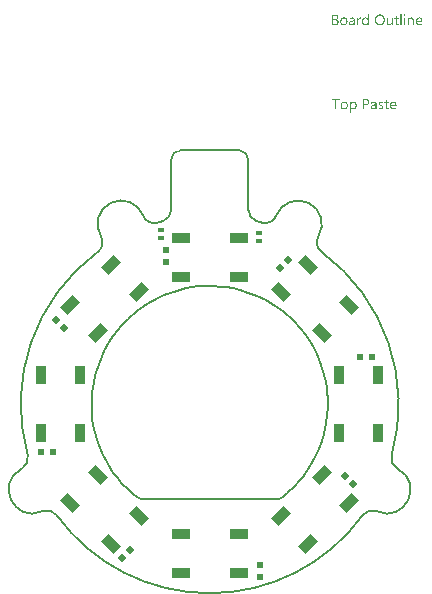
<source format=gtp>
G04*
G04 #@! TF.GenerationSoftware,Altium Limited,Altium Designer,21.9.2 (33)*
G04*
G04 Layer_Color=8421504*
%FSAX25Y25*%
%MOIN*%
G70*
G04*
G04 #@! TF.SameCoordinates,769468AF-EC4D-4854-9D34-422089E218C9*
G04*
G04*
G04 #@! TF.FilePolarity,Positive*
G04*
G01*
G75*
%ADD11C,0.00787*%
%ADD12R,0.05906X0.03543*%
G04:AMPARAMS|DCode=13|XSize=59.06mil|YSize=35.43mil|CornerRadius=0mil|HoleSize=0mil|Usage=FLASHONLY|Rotation=225.000|XOffset=0mil|YOffset=0mil|HoleType=Round|Shape=Rectangle|*
%AMROTATEDRECTD13*
4,1,4,0.00835,0.03341,0.03341,0.00835,-0.00835,-0.03341,-0.03341,-0.00835,0.00835,0.03341,0.0*
%
%ADD13ROTATEDRECTD13*%

%ADD14R,0.03543X0.05906*%
G04:AMPARAMS|DCode=15|XSize=59.06mil|YSize=35.43mil|CornerRadius=0mil|HoleSize=0mil|Usage=FLASHONLY|Rotation=315.000|XOffset=0mil|YOffset=0mil|HoleType=Round|Shape=Rectangle|*
%AMROTATEDRECTD15*
4,1,4,-0.03341,0.00835,-0.00835,0.03341,0.03341,-0.00835,0.00835,-0.03341,-0.03341,0.00835,0.0*
%
%ADD15ROTATEDRECTD15*%

G04:AMPARAMS|DCode=16|XSize=19.68mil|YSize=21.65mil|CornerRadius=0mil|HoleSize=0mil|Usage=FLASHONLY|Rotation=315.000|XOffset=0mil|YOffset=0mil|HoleType=Round|Shape=Rectangle|*
%AMROTATEDRECTD16*
4,1,4,-0.01462,-0.00070,0.00070,0.01462,0.01462,0.00070,-0.00070,-0.01462,-0.01462,-0.00070,0.0*
%
%ADD16ROTATEDRECTD16*%

%ADD17R,0.02461X0.01280*%
%ADD18R,0.02165X0.01968*%
G04:AMPARAMS|DCode=19|XSize=19.68mil|YSize=21.65mil|CornerRadius=0mil|HoleSize=0mil|Usage=FLASHONLY|Rotation=45.000|XOffset=0mil|YOffset=0mil|HoleType=Round|Shape=Rectangle|*
%AMROTATEDRECTD19*
4,1,4,0.00070,-0.01462,-0.01462,0.00070,-0.00070,0.01462,0.01462,-0.00070,0.00070,-0.01462,0.0*
%
%ADD19ROTATEDRECTD19*%

%ADD20R,0.01968X0.02165*%
G36*
X0065056Y0129114D02*
X0065080D01*
X0065136Y0129089D01*
X0065167Y0129071D01*
X0065198Y0129046D01*
X0065204Y0129040D01*
X0065210Y0129033D01*
X0065241Y0128996D01*
X0065266Y0128934D01*
X0065272Y0128897D01*
X0065278Y0128860D01*
Y0128854D01*
Y0128841D01*
X0065272Y0128823D01*
X0065266Y0128798D01*
X0065247Y0128736D01*
X0065223Y0128705D01*
X0065198Y0128674D01*
X0065192D01*
X0065185Y0128662D01*
X0065148Y0128637D01*
X0065093Y0128612D01*
X0065056Y0128606D01*
X0065018Y0128600D01*
X0065000D01*
X0064981Y0128606D01*
X0064956D01*
X0064895Y0128631D01*
X0064864Y0128643D01*
X0064833Y0128668D01*
Y0128674D01*
X0064820Y0128681D01*
X0064808Y0128699D01*
X0064796Y0128718D01*
X0064771Y0128780D01*
X0064765Y0128817D01*
X0064758Y0128860D01*
Y0128866D01*
Y0128879D01*
X0064765Y0128897D01*
X0064771Y0128928D01*
X0064789Y0128984D01*
X0064808Y0129015D01*
X0064833Y0129046D01*
X0064839Y0129052D01*
X0064845Y0129058D01*
X0064882Y0129083D01*
X0064944Y0129108D01*
X0064981Y0129120D01*
X0065037D01*
X0065056Y0129114D01*
D02*
G37*
G36*
X0053066Y0125449D02*
X0052663D01*
Y0125870D01*
X0052651D01*
Y0125864D01*
X0052638Y0125852D01*
X0052620Y0125827D01*
X0052601Y0125796D01*
X0052570Y0125759D01*
X0052533Y0125722D01*
X0052490Y0125678D01*
X0052440Y0125635D01*
X0052385Y0125586D01*
X0052316Y0125542D01*
X0052248Y0125505D01*
X0052168Y0125468D01*
X0052087Y0125437D01*
X0051995Y0125412D01*
X0051896Y0125400D01*
X0051790Y0125394D01*
X0051747D01*
X0051710Y0125400D01*
X0051673Y0125406D01*
X0051623Y0125412D01*
X0051518Y0125437D01*
X0051394Y0125474D01*
X0051270Y0125536D01*
X0051202Y0125573D01*
X0051147Y0125617D01*
X0051085Y0125672D01*
X0051029Y0125728D01*
Y0125734D01*
X0051017Y0125747D01*
X0051004Y0125765D01*
X0050986Y0125790D01*
X0050967Y0125821D01*
X0050942Y0125864D01*
X0050918Y0125914D01*
X0050893Y0125969D01*
X0050862Y0126031D01*
X0050837Y0126099D01*
X0050812Y0126174D01*
X0050794Y0126254D01*
X0050775Y0126341D01*
X0050763Y0126440D01*
X0050757Y0126539D01*
X0050750Y0126644D01*
Y0126650D01*
Y0126669D01*
Y0126706D01*
X0050757Y0126749D01*
X0050763Y0126799D01*
X0050769Y0126861D01*
X0050775Y0126929D01*
X0050788Y0127003D01*
X0050825Y0127164D01*
X0050880Y0127331D01*
X0050918Y0127412D01*
X0050961Y0127492D01*
X0051004Y0127566D01*
X0051060Y0127641D01*
X0051066Y0127647D01*
X0051072Y0127659D01*
X0051091Y0127678D01*
X0051116Y0127703D01*
X0051147Y0127727D01*
X0051190Y0127758D01*
X0051233Y0127795D01*
X0051283Y0127832D01*
X0051407Y0127901D01*
X0051549Y0127963D01*
X0051629Y0127981D01*
X0051716Y0128000D01*
X0051803Y0128012D01*
X0051902Y0128018D01*
X0051951D01*
X0051988Y0128012D01*
X0052026Y0128006D01*
X0052075Y0128000D01*
X0052187Y0127969D01*
X0052310Y0127919D01*
X0052372Y0127888D01*
X0052434Y0127845D01*
X0052496Y0127802D01*
X0052552Y0127746D01*
X0052601Y0127684D01*
X0052651Y0127610D01*
X0052663D01*
Y0129170D01*
X0053066D01*
Y0125449D01*
D02*
G37*
G36*
X0067334Y0128012D02*
X0067408Y0128006D01*
X0067501Y0127987D01*
X0067600Y0127956D01*
X0067705Y0127907D01*
X0067810Y0127839D01*
X0067853Y0127802D01*
X0067897Y0127752D01*
X0067909Y0127740D01*
X0067934Y0127703D01*
X0067965Y0127641D01*
X0068008Y0127554D01*
X0068045Y0127449D01*
X0068082Y0127319D01*
X0068107Y0127164D01*
X0068113Y0126985D01*
Y0125449D01*
X0067711D01*
Y0126879D01*
Y0126885D01*
Y0126916D01*
X0067705Y0126954D01*
Y0127003D01*
X0067693Y0127065D01*
X0067680Y0127133D01*
X0067661Y0127207D01*
X0067637Y0127282D01*
X0067606Y0127356D01*
X0067569Y0127424D01*
X0067519Y0127492D01*
X0067463Y0127554D01*
X0067401Y0127603D01*
X0067321Y0127641D01*
X0067234Y0127672D01*
X0067129Y0127678D01*
X0067117D01*
X0067080Y0127672D01*
X0067024Y0127665D01*
X0066956Y0127647D01*
X0066875Y0127622D01*
X0066789Y0127579D01*
X0066708Y0127523D01*
X0066628Y0127449D01*
X0066622Y0127436D01*
X0066597Y0127412D01*
X0066566Y0127362D01*
X0066529Y0127294D01*
X0066492Y0127214D01*
X0066461Y0127114D01*
X0066436Y0127003D01*
X0066430Y0126879D01*
Y0125449D01*
X0066027D01*
Y0127963D01*
X0066430D01*
Y0127542D01*
X0066442D01*
X0066448Y0127548D01*
X0066454Y0127560D01*
X0066473Y0127585D01*
X0066498Y0127616D01*
X0066523Y0127653D01*
X0066560Y0127690D01*
X0066603Y0127734D01*
X0066653Y0127783D01*
X0066708Y0127826D01*
X0066770Y0127870D01*
X0066838Y0127907D01*
X0066913Y0127944D01*
X0066987Y0127975D01*
X0067074Y0128000D01*
X0067166Y0128012D01*
X0067265Y0128018D01*
X0067303D01*
X0067334Y0128012D01*
D02*
G37*
G36*
X0050336Y0128000D02*
X0050410Y0127994D01*
X0050453Y0127981D01*
X0050484Y0127969D01*
Y0127554D01*
X0050478Y0127560D01*
X0050466Y0127566D01*
X0050441Y0127579D01*
X0050410Y0127597D01*
X0050367Y0127610D01*
X0050311Y0127622D01*
X0050249Y0127628D01*
X0050181Y0127635D01*
X0050169D01*
X0050138Y0127628D01*
X0050088Y0127622D01*
X0050032Y0127603D01*
X0049958Y0127573D01*
X0049890Y0127529D01*
X0049816Y0127467D01*
X0049748Y0127387D01*
X0049742Y0127374D01*
X0049723Y0127343D01*
X0049692Y0127288D01*
X0049661Y0127214D01*
X0049630Y0127121D01*
X0049599Y0127003D01*
X0049580Y0126873D01*
X0049574Y0126725D01*
Y0125449D01*
X0049172D01*
Y0127963D01*
X0049574D01*
Y0127443D01*
X0049587D01*
Y0127449D01*
X0049593Y0127455D01*
X0049605Y0127486D01*
X0049624Y0127535D01*
X0049655Y0127597D01*
X0049686Y0127659D01*
X0049735Y0127727D01*
X0049785Y0127795D01*
X0049847Y0127857D01*
X0049853Y0127864D01*
X0049878Y0127882D01*
X0049915Y0127907D01*
X0049964Y0127932D01*
X0050020Y0127956D01*
X0050088Y0127981D01*
X0050162Y0128000D01*
X0050243Y0128006D01*
X0050299D01*
X0050336Y0128000D01*
D02*
G37*
G36*
X0061075Y0125449D02*
X0060673D01*
Y0125846D01*
X0060661D01*
Y0125839D01*
X0060648Y0125827D01*
X0060636Y0125802D01*
X0060611Y0125777D01*
X0060555Y0125703D01*
X0060469Y0125623D01*
X0060419Y0125579D01*
X0060364Y0125536D01*
X0060302Y0125499D01*
X0060227Y0125462D01*
X0060153Y0125437D01*
X0060073Y0125412D01*
X0059980Y0125400D01*
X0059887Y0125394D01*
X0059850D01*
X0059806Y0125400D01*
X0059745Y0125412D01*
X0059676Y0125425D01*
X0059602Y0125449D01*
X0059522Y0125480D01*
X0059441Y0125530D01*
X0059355Y0125586D01*
X0059274Y0125654D01*
X0059200Y0125740D01*
X0059132Y0125846D01*
X0059070Y0125963D01*
X0059026Y0126105D01*
X0059002Y0126273D01*
X0058989Y0126359D01*
Y0126458D01*
Y0127963D01*
X0059386D01*
Y0126520D01*
Y0126514D01*
Y0126489D01*
X0059392Y0126446D01*
X0059398Y0126397D01*
X0059404Y0126335D01*
X0059416Y0126273D01*
X0059435Y0126198D01*
X0059460Y0126124D01*
X0059497Y0126050D01*
X0059534Y0125982D01*
X0059584Y0125914D01*
X0059645Y0125852D01*
X0059714Y0125802D01*
X0059794Y0125765D01*
X0059893Y0125734D01*
X0059998Y0125728D01*
X0060011D01*
X0060048Y0125734D01*
X0060103Y0125740D01*
X0060165Y0125753D01*
X0060246Y0125784D01*
X0060326Y0125821D01*
X0060407Y0125870D01*
X0060481Y0125945D01*
X0060487Y0125957D01*
X0060512Y0125982D01*
X0060543Y0126031D01*
X0060580Y0126099D01*
X0060611Y0126180D01*
X0060642Y0126279D01*
X0060667Y0126390D01*
X0060673Y0126514D01*
Y0127963D01*
X0061075D01*
Y0125449D01*
D02*
G37*
G36*
X0065210D02*
X0064808D01*
Y0127963D01*
X0065210D01*
Y0125449D01*
D02*
G37*
G36*
X0063991D02*
X0063589D01*
Y0129170D01*
X0063991D01*
Y0125449D01*
D02*
G37*
G36*
X0047612Y0128012D02*
X0047668Y0128006D01*
X0047736Y0127987D01*
X0047810Y0127969D01*
X0047891Y0127938D01*
X0047977Y0127901D01*
X0048058Y0127851D01*
X0048138Y0127789D01*
X0048213Y0127715D01*
X0048281Y0127622D01*
X0048336Y0127517D01*
X0048380Y0127393D01*
X0048404Y0127251D01*
X0048417Y0127084D01*
Y0125449D01*
X0048015D01*
Y0125839D01*
X0048002D01*
Y0125833D01*
X0047990Y0125821D01*
X0047977Y0125796D01*
X0047953Y0125771D01*
X0047891Y0125697D01*
X0047810Y0125617D01*
X0047699Y0125536D01*
X0047569Y0125462D01*
X0047488Y0125437D01*
X0047408Y0125412D01*
X0047321Y0125400D01*
X0047228Y0125394D01*
X0047191D01*
X0047166Y0125400D01*
X0047098Y0125406D01*
X0047018Y0125418D01*
X0046919Y0125443D01*
X0046826Y0125474D01*
X0046727Y0125524D01*
X0046640Y0125586D01*
X0046634Y0125598D01*
X0046609Y0125623D01*
X0046572Y0125666D01*
X0046535Y0125728D01*
X0046498Y0125802D01*
X0046461Y0125889D01*
X0046436Y0125994D01*
X0046430Y0126112D01*
Y0126118D01*
Y0126143D01*
X0046436Y0126180D01*
X0046442Y0126223D01*
X0046455Y0126279D01*
X0046473Y0126341D01*
X0046498Y0126409D01*
X0046535Y0126477D01*
X0046578Y0126551D01*
X0046634Y0126626D01*
X0046702Y0126694D01*
X0046783Y0126755D01*
X0046876Y0126817D01*
X0046987Y0126867D01*
X0047111Y0126904D01*
X0047259Y0126935D01*
X0048015Y0127040D01*
Y0127046D01*
Y0127065D01*
X0048008Y0127102D01*
Y0127139D01*
X0047996Y0127189D01*
X0047990Y0127244D01*
X0047953Y0127362D01*
X0047922Y0127418D01*
X0047891Y0127473D01*
X0047847Y0127529D01*
X0047798Y0127579D01*
X0047736Y0127622D01*
X0047668Y0127653D01*
X0047587Y0127672D01*
X0047495Y0127678D01*
X0047451D01*
X0047420Y0127672D01*
X0047377D01*
X0047334Y0127659D01*
X0047222Y0127641D01*
X0047098Y0127603D01*
X0046962Y0127548D01*
X0046888Y0127511D01*
X0046820Y0127473D01*
X0046745Y0127424D01*
X0046677Y0127368D01*
Y0127783D01*
X0046684D01*
X0046696Y0127795D01*
X0046715Y0127808D01*
X0046745Y0127820D01*
X0046777Y0127839D01*
X0046820Y0127857D01*
X0046869Y0127876D01*
X0046925Y0127901D01*
X0047049Y0127944D01*
X0047197Y0127981D01*
X0047358Y0128006D01*
X0047532Y0128018D01*
X0047569D01*
X0047612Y0128012D01*
D02*
G37*
G36*
X0041923Y0128959D02*
X0041967D01*
X0042010Y0128953D01*
X0042109Y0128941D01*
X0042227Y0128910D01*
X0042351Y0128873D01*
X0042468Y0128817D01*
X0042573Y0128743D01*
X0042580D01*
X0042586Y0128730D01*
X0042617Y0128705D01*
X0042660Y0128656D01*
X0042710Y0128588D01*
X0042753Y0128501D01*
X0042796Y0128402D01*
X0042827Y0128291D01*
X0042840Y0128229D01*
Y0128161D01*
Y0128154D01*
Y0128148D01*
Y0128111D01*
X0042833Y0128055D01*
X0042821Y0127987D01*
X0042803Y0127901D01*
X0042772Y0127814D01*
X0042734Y0127727D01*
X0042679Y0127641D01*
X0042673Y0127628D01*
X0042648Y0127603D01*
X0042611Y0127566D01*
X0042561Y0127517D01*
X0042499Y0127467D01*
X0042425Y0127412D01*
X0042332Y0127368D01*
X0042233Y0127325D01*
Y0127319D01*
X0042252D01*
X0042270Y0127313D01*
X0042289Y0127306D01*
X0042357Y0127294D01*
X0042437Y0127269D01*
X0042524Y0127232D01*
X0042617Y0127189D01*
X0042710Y0127127D01*
X0042796Y0127046D01*
X0042809Y0127034D01*
X0042833Y0127003D01*
X0042864Y0126960D01*
X0042908Y0126892D01*
X0042945Y0126805D01*
X0042982Y0126706D01*
X0043007Y0126588D01*
X0043013Y0126458D01*
Y0126452D01*
Y0126440D01*
Y0126415D01*
X0043007Y0126384D01*
X0043001Y0126347D01*
X0042994Y0126304D01*
X0042970Y0126198D01*
X0042933Y0126081D01*
X0042877Y0125957D01*
X0042840Y0125901D01*
X0042796Y0125839D01*
X0042741Y0125784D01*
X0042685Y0125728D01*
X0042679D01*
X0042673Y0125716D01*
X0042654Y0125703D01*
X0042629Y0125685D01*
X0042598Y0125666D01*
X0042555Y0125641D01*
X0042462Y0125592D01*
X0042344Y0125536D01*
X0042208Y0125493D01*
X0042047Y0125462D01*
X0041967Y0125456D01*
X0041874Y0125449D01*
X0040846D01*
Y0128965D01*
X0041892D01*
X0041923Y0128959D01*
D02*
G37*
G36*
X0062419Y0127963D02*
X0063056D01*
Y0127616D01*
X0062419D01*
Y0126198D01*
Y0126186D01*
Y0126155D01*
X0062425Y0126112D01*
X0062431Y0126056D01*
X0062456Y0125938D01*
X0062474Y0125883D01*
X0062505Y0125839D01*
X0062511Y0125833D01*
X0062524Y0125821D01*
X0062542Y0125808D01*
X0062573Y0125790D01*
X0062611Y0125765D01*
X0062660Y0125753D01*
X0062722Y0125740D01*
X0062790Y0125734D01*
X0062815D01*
X0062846Y0125740D01*
X0062883Y0125747D01*
X0062969Y0125771D01*
X0063013Y0125790D01*
X0063056Y0125815D01*
Y0125468D01*
X0063050D01*
X0063031Y0125456D01*
X0063001Y0125449D01*
X0062957Y0125437D01*
X0062901Y0125425D01*
X0062840Y0125412D01*
X0062765Y0125406D01*
X0062679Y0125400D01*
X0062648D01*
X0062617Y0125406D01*
X0062573Y0125412D01*
X0062524Y0125425D01*
X0062468Y0125437D01*
X0062412Y0125462D01*
X0062350Y0125493D01*
X0062289Y0125530D01*
X0062227Y0125579D01*
X0062171Y0125635D01*
X0062121Y0125709D01*
X0062078Y0125790D01*
X0062047Y0125889D01*
X0062022Y0126000D01*
X0062016Y0126130D01*
Y0127616D01*
X0061589D01*
Y0127963D01*
X0062016D01*
Y0128575D01*
X0062419Y0128705D01*
Y0127963D01*
D02*
G37*
G36*
X0069946Y0128012D02*
X0069989Y0128006D01*
X0070032Y0128000D01*
X0070144Y0127981D01*
X0070267Y0127938D01*
X0070391Y0127882D01*
X0070453Y0127845D01*
X0070515Y0127802D01*
X0070571Y0127752D01*
X0070626Y0127696D01*
X0070633Y0127690D01*
X0070639Y0127684D01*
X0070651Y0127665D01*
X0070670Y0127641D01*
X0070688Y0127603D01*
X0070713Y0127566D01*
X0070738Y0127523D01*
X0070763Y0127467D01*
X0070788Y0127405D01*
X0070812Y0127343D01*
X0070837Y0127269D01*
X0070856Y0127189D01*
X0070874Y0127102D01*
X0070886Y0127015D01*
X0070899Y0126916D01*
Y0126811D01*
Y0126601D01*
X0069122D01*
Y0126595D01*
Y0126582D01*
Y0126564D01*
X0069129Y0126533D01*
X0069135Y0126496D01*
Y0126458D01*
X0069153Y0126359D01*
X0069184Y0126260D01*
X0069221Y0126149D01*
X0069277Y0126044D01*
X0069345Y0125951D01*
X0069358Y0125938D01*
X0069382Y0125914D01*
X0069432Y0125883D01*
X0069500Y0125839D01*
X0069587Y0125796D01*
X0069686Y0125765D01*
X0069803Y0125740D01*
X0069939Y0125728D01*
X0069983D01*
X0070014Y0125734D01*
X0070051D01*
X0070094Y0125740D01*
X0070199Y0125765D01*
X0070317Y0125796D01*
X0070447Y0125846D01*
X0070583Y0125914D01*
X0070651Y0125957D01*
X0070719Y0126006D01*
Y0125629D01*
X0070713D01*
X0070707Y0125617D01*
X0070688Y0125610D01*
X0070657Y0125592D01*
X0070626Y0125573D01*
X0070589Y0125555D01*
X0070540Y0125536D01*
X0070490Y0125511D01*
X0070428Y0125487D01*
X0070360Y0125468D01*
X0070212Y0125431D01*
X0070038Y0125406D01*
X0069847Y0125394D01*
X0069797D01*
X0069760Y0125400D01*
X0069717Y0125406D01*
X0069661Y0125412D01*
X0069543Y0125437D01*
X0069407Y0125474D01*
X0069271Y0125536D01*
X0069203Y0125579D01*
X0069135Y0125623D01*
X0069073Y0125672D01*
X0069011Y0125734D01*
X0069005Y0125740D01*
X0068999Y0125753D01*
X0068986Y0125771D01*
X0068961Y0125796D01*
X0068943Y0125833D01*
X0068918Y0125876D01*
X0068887Y0125926D01*
X0068862Y0125982D01*
X0068831Y0126044D01*
X0068807Y0126118D01*
X0068776Y0126198D01*
X0068757Y0126285D01*
X0068739Y0126378D01*
X0068720Y0126477D01*
X0068714Y0126582D01*
X0068708Y0126694D01*
Y0126700D01*
Y0126718D01*
Y0126749D01*
X0068714Y0126793D01*
X0068720Y0126842D01*
X0068726Y0126898D01*
X0068732Y0126966D01*
X0068751Y0127034D01*
X0068788Y0127183D01*
X0068844Y0127343D01*
X0068881Y0127424D01*
X0068931Y0127498D01*
X0068980Y0127579D01*
X0069036Y0127647D01*
X0069042Y0127653D01*
X0069054Y0127665D01*
X0069073Y0127684D01*
X0069098Y0127703D01*
X0069129Y0127734D01*
X0069166Y0127764D01*
X0069215Y0127795D01*
X0069265Y0127832D01*
X0069382Y0127901D01*
X0069525Y0127963D01*
X0069605Y0127981D01*
X0069686Y0128000D01*
X0069772Y0128012D01*
X0069865Y0128018D01*
X0069915D01*
X0069946Y0128012D01*
D02*
G37*
G36*
X0056903Y0129021D02*
X0056965Y0129015D01*
X0057039Y0129002D01*
X0057120Y0128984D01*
X0057207Y0128965D01*
X0057293Y0128941D01*
X0057392Y0128910D01*
X0057485Y0128866D01*
X0057584Y0128817D01*
X0057683Y0128761D01*
X0057776Y0128693D01*
X0057869Y0128619D01*
X0057956Y0128532D01*
X0057962Y0128526D01*
X0057974Y0128507D01*
X0057999Y0128482D01*
X0058024Y0128445D01*
X0058061Y0128396D01*
X0058098Y0128334D01*
X0058135Y0128266D01*
X0058178Y0128192D01*
X0058222Y0128099D01*
X0058259Y0128006D01*
X0058296Y0127901D01*
X0058333Y0127783D01*
X0058358Y0127665D01*
X0058383Y0127535D01*
X0058395Y0127393D01*
X0058401Y0127251D01*
Y0127238D01*
Y0127214D01*
Y0127170D01*
X0058395Y0127108D01*
X0058389Y0127034D01*
X0058376Y0126954D01*
X0058364Y0126861D01*
X0058346Y0126755D01*
X0058321Y0126650D01*
X0058290Y0126539D01*
X0058253Y0126427D01*
X0058209Y0126316D01*
X0058154Y0126198D01*
X0058092Y0126093D01*
X0058024Y0125988D01*
X0057943Y0125889D01*
X0057937Y0125883D01*
X0057925Y0125870D01*
X0057894Y0125846D01*
X0057863Y0125815D01*
X0057813Y0125771D01*
X0057758Y0125734D01*
X0057696Y0125685D01*
X0057621Y0125641D01*
X0057541Y0125598D01*
X0057448Y0125548D01*
X0057349Y0125511D01*
X0057238Y0125474D01*
X0057120Y0125437D01*
X0056996Y0125412D01*
X0056866Y0125400D01*
X0056724Y0125394D01*
X0056693D01*
X0056650Y0125400D01*
X0056600D01*
X0056538Y0125406D01*
X0056464Y0125418D01*
X0056383Y0125437D01*
X0056291Y0125456D01*
X0056198Y0125480D01*
X0056099Y0125511D01*
X0056000Y0125555D01*
X0055901Y0125598D01*
X0055801Y0125654D01*
X0055702Y0125722D01*
X0055610Y0125796D01*
X0055523Y0125883D01*
X0055517Y0125889D01*
X0055504Y0125908D01*
X0055480Y0125932D01*
X0055455Y0125969D01*
X0055418Y0126019D01*
X0055381Y0126081D01*
X0055343Y0126149D01*
X0055300Y0126229D01*
X0055257Y0126316D01*
X0055220Y0126409D01*
X0055182Y0126514D01*
X0055145Y0126632D01*
X0055121Y0126749D01*
X0055096Y0126879D01*
X0055083Y0127022D01*
X0055077Y0127164D01*
Y0127176D01*
Y0127201D01*
X0055083Y0127244D01*
Y0127306D01*
X0055090Y0127374D01*
X0055102Y0127461D01*
X0055114Y0127554D01*
X0055133Y0127653D01*
X0055158Y0127758D01*
X0055189Y0127870D01*
X0055226Y0127981D01*
X0055269Y0128093D01*
X0055325Y0128204D01*
X0055387Y0128315D01*
X0055455Y0128421D01*
X0055535Y0128520D01*
X0055541Y0128526D01*
X0055554Y0128544D01*
X0055585Y0128569D01*
X0055622Y0128600D01*
X0055665Y0128637D01*
X0055721Y0128681D01*
X0055789Y0128724D01*
X0055863Y0128773D01*
X0055950Y0128823D01*
X0056043Y0128866D01*
X0056142Y0128910D01*
X0056253Y0128947D01*
X0056377Y0128978D01*
X0056507Y0129009D01*
X0056643Y0129021D01*
X0056786Y0129027D01*
X0056854D01*
X0056903Y0129021D01*
D02*
G37*
G36*
X0044876Y0128012D02*
X0044919Y0128006D01*
X0044975Y0128000D01*
X0045099Y0127975D01*
X0045241Y0127932D01*
X0045384Y0127870D01*
X0045458Y0127832D01*
X0045526Y0127789D01*
X0045594Y0127734D01*
X0045656Y0127672D01*
X0045662Y0127665D01*
X0045669Y0127653D01*
X0045687Y0127635D01*
X0045706Y0127610D01*
X0045730Y0127573D01*
X0045755Y0127529D01*
X0045786Y0127480D01*
X0045817Y0127424D01*
X0045842Y0127356D01*
X0045873Y0127288D01*
X0045897Y0127207D01*
X0045922Y0127121D01*
X0045941Y0127028D01*
X0045959Y0126929D01*
X0045966Y0126824D01*
X0045972Y0126712D01*
Y0126706D01*
Y0126687D01*
Y0126656D01*
X0045966Y0126613D01*
X0045959Y0126564D01*
X0045953Y0126502D01*
X0045941Y0126440D01*
X0045928Y0126365D01*
X0045891Y0126217D01*
X0045829Y0126056D01*
X0045792Y0125976D01*
X0045743Y0125895D01*
X0045693Y0125821D01*
X0045631Y0125753D01*
X0045625Y0125747D01*
X0045613Y0125740D01*
X0045594Y0125722D01*
X0045569Y0125697D01*
X0045532Y0125672D01*
X0045495Y0125641D01*
X0045446Y0125604D01*
X0045390Y0125573D01*
X0045328Y0125542D01*
X0045260Y0125505D01*
X0045186Y0125474D01*
X0045105Y0125449D01*
X0045019Y0125425D01*
X0044926Y0125412D01*
X0044827Y0125400D01*
X0044721Y0125394D01*
X0044666D01*
X0044629Y0125400D01*
X0044585Y0125406D01*
X0044530Y0125412D01*
X0044468Y0125425D01*
X0044399Y0125437D01*
X0044257Y0125480D01*
X0044109Y0125542D01*
X0044034Y0125579D01*
X0043966Y0125629D01*
X0043898Y0125678D01*
X0043830Y0125740D01*
X0043824Y0125747D01*
X0043818Y0125759D01*
X0043799Y0125777D01*
X0043780Y0125802D01*
X0043756Y0125839D01*
X0043725Y0125883D01*
X0043694Y0125932D01*
X0043669Y0125988D01*
X0043638Y0126056D01*
X0043607Y0126124D01*
X0043576Y0126198D01*
X0043551Y0126285D01*
X0043514Y0126471D01*
X0043508Y0126570D01*
X0043502Y0126675D01*
Y0126681D01*
Y0126706D01*
Y0126737D01*
X0043508Y0126780D01*
X0043514Y0126830D01*
X0043521Y0126892D01*
X0043533Y0126960D01*
X0043545Y0127034D01*
X0043582Y0127195D01*
X0043644Y0127356D01*
X0043688Y0127436D01*
X0043731Y0127517D01*
X0043780Y0127591D01*
X0043842Y0127659D01*
X0043849Y0127665D01*
X0043861Y0127678D01*
X0043880Y0127690D01*
X0043904Y0127715D01*
X0043941Y0127740D01*
X0043985Y0127771D01*
X0044034Y0127808D01*
X0044090Y0127839D01*
X0044152Y0127870D01*
X0044226Y0127907D01*
X0044300Y0127938D01*
X0044387Y0127963D01*
X0044474Y0127987D01*
X0044573Y0128006D01*
X0044678Y0128012D01*
X0044783Y0128018D01*
X0044839D01*
X0044876Y0128012D01*
D02*
G37*
G36*
X0048089Y0099974D02*
X0048132Y0099968D01*
X0048175Y0099962D01*
X0048287Y0099937D01*
X0048411Y0099900D01*
X0048534Y0099838D01*
X0048596Y0099800D01*
X0048658Y0099751D01*
X0048714Y0099701D01*
X0048770Y0099640D01*
X0048776Y0099633D01*
X0048782Y0099627D01*
X0048794Y0099602D01*
X0048813Y0099578D01*
X0048831Y0099547D01*
X0048856Y0099503D01*
X0048881Y0099454D01*
X0048906Y0099404D01*
X0048931Y0099342D01*
X0048955Y0099274D01*
X0048980Y0099200D01*
X0048999Y0099120D01*
X0049030Y0098940D01*
X0049042Y0098841D01*
Y0098736D01*
Y0098730D01*
Y0098711D01*
Y0098674D01*
X0049036Y0098631D01*
Y0098581D01*
X0049023Y0098519D01*
X0049017Y0098451D01*
X0049005Y0098377D01*
X0048968Y0098216D01*
X0048912Y0098049D01*
X0048875Y0097968D01*
X0048838Y0097888D01*
X0048788Y0097807D01*
X0048733Y0097733D01*
X0048726Y0097727D01*
X0048720Y0097715D01*
X0048702Y0097696D01*
X0048677Y0097677D01*
X0048646Y0097646D01*
X0048609Y0097615D01*
X0048565Y0097578D01*
X0048516Y0097547D01*
X0048460Y0097510D01*
X0048398Y0097473D01*
X0048250Y0097417D01*
X0048169Y0097393D01*
X0048089Y0097374D01*
X0047996Y0097362D01*
X0047897Y0097356D01*
X0047847D01*
X0047816Y0097362D01*
X0047773Y0097368D01*
X0047730Y0097380D01*
X0047618Y0097405D01*
X0047501Y0097455D01*
X0047433Y0097492D01*
X0047371Y0097529D01*
X0047309Y0097578D01*
X0047253Y0097634D01*
X0047191Y0097696D01*
X0047142Y0097770D01*
X0047129D01*
Y0096260D01*
X0046727D01*
Y0099924D01*
X0047129D01*
Y0099479D01*
X0047142D01*
X0047148Y0099485D01*
X0047154Y0099503D01*
X0047173Y0099528D01*
X0047197Y0099559D01*
X0047228Y0099596D01*
X0047265Y0099640D01*
X0047309Y0099683D01*
X0047365Y0099732D01*
X0047420Y0099776D01*
X0047482Y0099819D01*
X0047556Y0099862D01*
X0047631Y0099900D01*
X0047717Y0099937D01*
X0047810Y0099962D01*
X0047903Y0099974D01*
X0048008Y0099980D01*
X0048058D01*
X0048089Y0099974D01*
D02*
G37*
G36*
X0057361D02*
X0057442Y0099968D01*
X0057529Y0099955D01*
X0057627Y0099931D01*
X0057727Y0099906D01*
X0057826Y0099869D01*
Y0099460D01*
X0057813Y0099466D01*
X0057776Y0099491D01*
X0057720Y0099516D01*
X0057646Y0099553D01*
X0057553Y0099584D01*
X0057442Y0099615D01*
X0057318Y0099633D01*
X0057188Y0099640D01*
X0057120D01*
X0057058Y0099627D01*
X0056984Y0099615D01*
X0056978D01*
X0056971Y0099609D01*
X0056934Y0099596D01*
X0056885Y0099572D01*
X0056829Y0099541D01*
X0056817Y0099534D01*
X0056792Y0099510D01*
X0056761Y0099472D01*
X0056730Y0099429D01*
X0056724Y0099417D01*
X0056711Y0099386D01*
X0056699Y0099342D01*
X0056693Y0099287D01*
Y0099281D01*
Y0099268D01*
Y0099250D01*
X0056699Y0099231D01*
X0056711Y0099175D01*
X0056730Y0099120D01*
X0056736Y0099107D01*
X0056755Y0099082D01*
X0056792Y0099045D01*
X0056835Y0099002D01*
X0056841D01*
X0056848Y0098996D01*
X0056885Y0098971D01*
X0056934Y0098940D01*
X0057002Y0098909D01*
X0057008D01*
X0057021Y0098903D01*
X0057039Y0098897D01*
X0057070Y0098884D01*
X0057139Y0098860D01*
X0057225Y0098822D01*
X0057231D01*
X0057256Y0098810D01*
X0057287Y0098798D01*
X0057324Y0098785D01*
X0057423Y0098742D01*
X0057522Y0098693D01*
X0057529D01*
X0057547Y0098680D01*
X0057572Y0098668D01*
X0057603Y0098649D01*
X0057677Y0098600D01*
X0057751Y0098538D01*
X0057758Y0098532D01*
X0057770Y0098525D01*
X0057782Y0098507D01*
X0057807Y0098482D01*
X0057850Y0098420D01*
X0057894Y0098340D01*
Y0098334D01*
X0057900Y0098321D01*
X0057912Y0098296D01*
X0057919Y0098265D01*
X0057931Y0098228D01*
X0057937Y0098185D01*
X0057943Y0098080D01*
Y0098074D01*
Y0098049D01*
X0057937Y0098012D01*
X0057931Y0097968D01*
X0057925Y0097919D01*
X0057906Y0097863D01*
X0057888Y0097813D01*
X0057857Y0097758D01*
X0057850Y0097752D01*
X0057844Y0097733D01*
X0057826Y0097708D01*
X0057801Y0097677D01*
X0057770Y0097640D01*
X0057733Y0097603D01*
X0057640Y0097529D01*
X0057634Y0097523D01*
X0057615Y0097516D01*
X0057590Y0097498D01*
X0057547Y0097479D01*
X0057504Y0097455D01*
X0057448Y0097436D01*
X0057392Y0097417D01*
X0057324Y0097399D01*
X0057318D01*
X0057293Y0097393D01*
X0057256Y0097386D01*
X0057213Y0097380D01*
X0057151Y0097368D01*
X0057089Y0097362D01*
X0056947Y0097356D01*
X0056885D01*
X0056810Y0097362D01*
X0056718Y0097374D01*
X0056612Y0097393D01*
X0056501Y0097417D01*
X0056389Y0097448D01*
X0056278Y0097498D01*
Y0097931D01*
X0056284D01*
X0056291Y0097919D01*
X0056309Y0097906D01*
X0056334Y0097894D01*
X0056402Y0097857D01*
X0056495Y0097813D01*
X0056600Y0097764D01*
X0056724Y0097727D01*
X0056860Y0097702D01*
X0057002Y0097690D01*
X0057052D01*
X0057083Y0097696D01*
X0057170Y0097708D01*
X0057269Y0097733D01*
X0057361Y0097776D01*
X0057405Y0097807D01*
X0057448Y0097838D01*
X0057479Y0097882D01*
X0057504Y0097925D01*
X0057522Y0097981D01*
X0057529Y0098043D01*
Y0098049D01*
Y0098061D01*
Y0098080D01*
X0057522Y0098098D01*
X0057510Y0098154D01*
X0057485Y0098210D01*
Y0098216D01*
X0057479Y0098222D01*
X0057454Y0098253D01*
X0057417Y0098296D01*
X0057361Y0098334D01*
X0057355D01*
X0057349Y0098346D01*
X0057312Y0098364D01*
X0057256Y0098402D01*
X0057182Y0098432D01*
X0057176D01*
X0057163Y0098439D01*
X0057145Y0098451D01*
X0057114Y0098463D01*
X0057046Y0098488D01*
X0056959Y0098525D01*
X0056953D01*
X0056928Y0098538D01*
X0056897Y0098550D01*
X0056860Y0098563D01*
X0056761Y0098606D01*
X0056662Y0098655D01*
X0056656Y0098662D01*
X0056643Y0098668D01*
X0056619Y0098680D01*
X0056588Y0098699D01*
X0056520Y0098748D01*
X0056451Y0098804D01*
X0056445Y0098810D01*
X0056439Y0098816D01*
X0056420Y0098835D01*
X0056402Y0098860D01*
X0056359Y0098922D01*
X0056321Y0098996D01*
Y0099002D01*
X0056315Y0099014D01*
X0056309Y0099039D01*
X0056303Y0099070D01*
X0056297Y0099107D01*
X0056291Y0099151D01*
X0056284Y0099256D01*
Y0099262D01*
Y0099287D01*
X0056291Y0099318D01*
X0056297Y0099361D01*
X0056303Y0099410D01*
X0056321Y0099460D01*
X0056340Y0099516D01*
X0056365Y0099565D01*
X0056371Y0099572D01*
X0056377Y0099590D01*
X0056396Y0099615D01*
X0056420Y0099646D01*
X0056489Y0099720D01*
X0056575Y0099794D01*
X0056581Y0099800D01*
X0056600Y0099807D01*
X0056625Y0099825D01*
X0056668Y0099844D01*
X0056711Y0099869D01*
X0056761Y0099893D01*
X0056885Y0099931D01*
X0056891D01*
X0056916Y0099937D01*
X0056947Y0099949D01*
X0056996Y0099955D01*
X0057046Y0099968D01*
X0057108Y0099974D01*
X0057244Y0099980D01*
X0057300D01*
X0057361Y0099974D01*
D02*
G37*
G36*
X0054867D02*
X0054922Y0099968D01*
X0054991Y0099949D01*
X0055065Y0099931D01*
X0055145Y0099900D01*
X0055232Y0099862D01*
X0055313Y0099813D01*
X0055393Y0099751D01*
X0055467Y0099677D01*
X0055535Y0099584D01*
X0055591Y0099479D01*
X0055634Y0099355D01*
X0055659Y0099212D01*
X0055672Y0099045D01*
Y0097411D01*
X0055269D01*
Y0097801D01*
X0055257D01*
Y0097795D01*
X0055244Y0097783D01*
X0055232Y0097758D01*
X0055207Y0097733D01*
X0055145Y0097659D01*
X0055065Y0097578D01*
X0054953Y0097498D01*
X0054823Y0097424D01*
X0054743Y0097399D01*
X0054663Y0097374D01*
X0054576Y0097362D01*
X0054483Y0097356D01*
X0054446D01*
X0054421Y0097362D01*
X0054353Y0097368D01*
X0054273Y0097380D01*
X0054173Y0097405D01*
X0054081Y0097436D01*
X0053982Y0097486D01*
X0053895Y0097547D01*
X0053889Y0097560D01*
X0053864Y0097584D01*
X0053827Y0097628D01*
X0053790Y0097690D01*
X0053753Y0097764D01*
X0053715Y0097851D01*
X0053691Y0097956D01*
X0053685Y0098074D01*
Y0098080D01*
Y0098104D01*
X0053691Y0098142D01*
X0053697Y0098185D01*
X0053709Y0098241D01*
X0053728Y0098303D01*
X0053753Y0098371D01*
X0053790Y0098439D01*
X0053833Y0098513D01*
X0053889Y0098587D01*
X0053957Y0098655D01*
X0054037Y0098717D01*
X0054130Y0098779D01*
X0054242Y0098829D01*
X0054365Y0098866D01*
X0054514Y0098897D01*
X0055269Y0099002D01*
Y0099008D01*
Y0099027D01*
X0055263Y0099064D01*
Y0099101D01*
X0055251Y0099151D01*
X0055244Y0099206D01*
X0055207Y0099324D01*
X0055176Y0099380D01*
X0055145Y0099435D01*
X0055102Y0099491D01*
X0055053Y0099541D01*
X0054991Y0099584D01*
X0054922Y0099615D01*
X0054842Y0099633D01*
X0054749Y0099640D01*
X0054706D01*
X0054675Y0099633D01*
X0054632D01*
X0054588Y0099621D01*
X0054477Y0099602D01*
X0054353Y0099565D01*
X0054217Y0099510D01*
X0054143Y0099472D01*
X0054075Y0099435D01*
X0054000Y0099386D01*
X0053932Y0099330D01*
Y0099745D01*
X0053938D01*
X0053951Y0099757D01*
X0053969Y0099770D01*
X0054000Y0099782D01*
X0054031Y0099800D01*
X0054075Y0099819D01*
X0054124Y0099838D01*
X0054180Y0099862D01*
X0054303Y0099906D01*
X0054452Y0099943D01*
X0054613Y0099968D01*
X0054786Y0099980D01*
X0054823D01*
X0054867Y0099974D01*
D02*
G37*
G36*
X0052168Y0100921D02*
X0052218D01*
X0052267Y0100915D01*
X0052397Y0100890D01*
X0052533Y0100859D01*
X0052682Y0100810D01*
X0052824Y0100741D01*
X0052886Y0100698D01*
X0052948Y0100648D01*
X0052954D01*
X0052960Y0100636D01*
X0052979Y0100618D01*
X0052997Y0100599D01*
X0053047Y0100537D01*
X0053109Y0100451D01*
X0053164Y0100339D01*
X0053214Y0100209D01*
X0053251Y0100054D01*
X0053257Y0099968D01*
X0053264Y0099875D01*
Y0099869D01*
Y0099850D01*
Y0099825D01*
X0053257Y0099794D01*
X0053251Y0099751D01*
X0053245Y0099701D01*
X0053220Y0099584D01*
X0053177Y0099454D01*
X0053115Y0099318D01*
X0053078Y0099250D01*
X0053035Y0099181D01*
X0052979Y0099113D01*
X0052917Y0099051D01*
X0052911Y0099045D01*
X0052898Y0099039D01*
X0052880Y0099021D01*
X0052855Y0099002D01*
X0052818Y0098977D01*
X0052775Y0098953D01*
X0052725Y0098922D01*
X0052669Y0098897D01*
X0052607Y0098866D01*
X0052539Y0098835D01*
X0052459Y0098810D01*
X0052378Y0098785D01*
X0052193Y0098748D01*
X0052094Y0098742D01*
X0051988Y0098736D01*
X0051524D01*
Y0097411D01*
X0051109D01*
Y0100927D01*
X0052131D01*
X0052168Y0100921D01*
D02*
G37*
G36*
X0043285Y0100556D02*
X0042270D01*
Y0097411D01*
X0041862D01*
Y0100556D01*
X0040846D01*
Y0100927D01*
X0043285D01*
Y0100556D01*
D02*
G37*
G36*
X0059095Y0099924D02*
X0059732D01*
Y0099578D01*
X0059095D01*
Y0098160D01*
Y0098148D01*
Y0098117D01*
X0059101Y0098074D01*
X0059107Y0098018D01*
X0059132Y0097900D01*
X0059150Y0097844D01*
X0059181Y0097801D01*
X0059187Y0097795D01*
X0059200Y0097783D01*
X0059218Y0097770D01*
X0059249Y0097752D01*
X0059286Y0097727D01*
X0059336Y0097715D01*
X0059398Y0097702D01*
X0059466Y0097696D01*
X0059491D01*
X0059522Y0097702D01*
X0059559Y0097708D01*
X0059645Y0097733D01*
X0059689Y0097752D01*
X0059732Y0097776D01*
Y0097430D01*
X0059726D01*
X0059707Y0097417D01*
X0059676Y0097411D01*
X0059633Y0097399D01*
X0059577Y0097386D01*
X0059516Y0097374D01*
X0059441Y0097368D01*
X0059355Y0097362D01*
X0059324D01*
X0059293Y0097368D01*
X0059249Y0097374D01*
X0059200Y0097386D01*
X0059144Y0097399D01*
X0059088Y0097424D01*
X0059026Y0097455D01*
X0058965Y0097492D01*
X0058903Y0097541D01*
X0058847Y0097597D01*
X0058797Y0097671D01*
X0058754Y0097752D01*
X0058723Y0097851D01*
X0058698Y0097962D01*
X0058692Y0098092D01*
Y0099578D01*
X0058265D01*
Y0099924D01*
X0058692D01*
Y0100537D01*
X0059095Y0100667D01*
Y0099924D01*
D02*
G37*
G36*
X0061335Y0099974D02*
X0061379Y0099968D01*
X0061422Y0099962D01*
X0061533Y0099943D01*
X0061657Y0099900D01*
X0061781Y0099844D01*
X0061843Y0099807D01*
X0061905Y0099763D01*
X0061961Y0099714D01*
X0062016Y0099658D01*
X0062022Y0099652D01*
X0062029Y0099646D01*
X0062041Y0099627D01*
X0062060Y0099602D01*
X0062078Y0099565D01*
X0062103Y0099528D01*
X0062128Y0099485D01*
X0062152Y0099429D01*
X0062177Y0099367D01*
X0062202Y0099305D01*
X0062227Y0099231D01*
X0062245Y0099151D01*
X0062264Y0099064D01*
X0062276Y0098977D01*
X0062289Y0098878D01*
Y0098773D01*
Y0098563D01*
X0060512D01*
Y0098556D01*
Y0098544D01*
Y0098525D01*
X0060518Y0098494D01*
X0060524Y0098457D01*
Y0098420D01*
X0060543Y0098321D01*
X0060574Y0098222D01*
X0060611Y0098111D01*
X0060667Y0098005D01*
X0060735Y0097913D01*
X0060747Y0097900D01*
X0060772Y0097875D01*
X0060822Y0097844D01*
X0060890Y0097801D01*
X0060976Y0097758D01*
X0061075Y0097727D01*
X0061193Y0097702D01*
X0061329Y0097690D01*
X0061373D01*
X0061403Y0097696D01*
X0061441D01*
X0061484Y0097702D01*
X0061589Y0097727D01*
X0061707Y0097758D01*
X0061837Y0097807D01*
X0061973Y0097875D01*
X0062041Y0097919D01*
X0062109Y0097968D01*
Y0097591D01*
X0062103D01*
X0062097Y0097578D01*
X0062078Y0097572D01*
X0062047Y0097553D01*
X0062016Y0097535D01*
X0061979Y0097516D01*
X0061930Y0097498D01*
X0061880Y0097473D01*
X0061818Y0097448D01*
X0061750Y0097430D01*
X0061602Y0097393D01*
X0061428Y0097368D01*
X0061236Y0097356D01*
X0061187D01*
X0061150Y0097362D01*
X0061106Y0097368D01*
X0061051Y0097374D01*
X0060933Y0097399D01*
X0060797Y0097436D01*
X0060661Y0097498D01*
X0060593Y0097541D01*
X0060524Y0097584D01*
X0060462Y0097634D01*
X0060401Y0097696D01*
X0060395Y0097702D01*
X0060388Y0097715D01*
X0060376Y0097733D01*
X0060351Y0097758D01*
X0060333Y0097795D01*
X0060308Y0097838D01*
X0060277Y0097888D01*
X0060252Y0097944D01*
X0060221Y0098005D01*
X0060196Y0098080D01*
X0060165Y0098160D01*
X0060147Y0098247D01*
X0060128Y0098340D01*
X0060110Y0098439D01*
X0060103Y0098544D01*
X0060097Y0098655D01*
Y0098662D01*
Y0098680D01*
Y0098711D01*
X0060103Y0098754D01*
X0060110Y0098804D01*
X0060116Y0098860D01*
X0060122Y0098928D01*
X0060141Y0098996D01*
X0060178Y0099144D01*
X0060233Y0099305D01*
X0060271Y0099386D01*
X0060320Y0099460D01*
X0060370Y0099541D01*
X0060425Y0099609D01*
X0060432Y0099615D01*
X0060444Y0099627D01*
X0060462Y0099646D01*
X0060487Y0099664D01*
X0060518Y0099695D01*
X0060555Y0099726D01*
X0060605Y0099757D01*
X0060654Y0099794D01*
X0060772Y0099862D01*
X0060914Y0099924D01*
X0060995Y0099943D01*
X0061075Y0099962D01*
X0061162Y0099974D01*
X0061255Y0099980D01*
X0061304D01*
X0061335Y0099974D01*
D02*
G37*
G36*
X0044987D02*
X0045031Y0099968D01*
X0045087Y0099962D01*
X0045210Y0099937D01*
X0045353Y0099893D01*
X0045495Y0099831D01*
X0045569Y0099794D01*
X0045638Y0099751D01*
X0045706Y0099695D01*
X0045768Y0099633D01*
X0045774Y0099627D01*
X0045780Y0099615D01*
X0045798Y0099596D01*
X0045817Y0099572D01*
X0045842Y0099534D01*
X0045867Y0099491D01*
X0045897Y0099441D01*
X0045928Y0099386D01*
X0045953Y0099318D01*
X0045984Y0099250D01*
X0046009Y0099169D01*
X0046034Y0099082D01*
X0046052Y0098990D01*
X0046071Y0098891D01*
X0046077Y0098785D01*
X0046083Y0098674D01*
Y0098668D01*
Y0098649D01*
Y0098618D01*
X0046077Y0098575D01*
X0046071Y0098525D01*
X0046065Y0098463D01*
X0046052Y0098402D01*
X0046040Y0098327D01*
X0046003Y0098179D01*
X0045941Y0098018D01*
X0045904Y0097937D01*
X0045854Y0097857D01*
X0045805Y0097783D01*
X0045743Y0097715D01*
X0045737Y0097708D01*
X0045724Y0097702D01*
X0045706Y0097684D01*
X0045681Y0097659D01*
X0045644Y0097634D01*
X0045606Y0097603D01*
X0045557Y0097566D01*
X0045501Y0097535D01*
X0045439Y0097504D01*
X0045371Y0097467D01*
X0045297Y0097436D01*
X0045217Y0097411D01*
X0045130Y0097386D01*
X0045037Y0097374D01*
X0044938Y0097362D01*
X0044833Y0097356D01*
X0044777D01*
X0044740Y0097362D01*
X0044697Y0097368D01*
X0044641Y0097374D01*
X0044579Y0097386D01*
X0044511Y0097399D01*
X0044368Y0097442D01*
X0044220Y0097504D01*
X0044146Y0097541D01*
X0044078Y0097591D01*
X0044010Y0097640D01*
X0043941Y0097702D01*
X0043935Y0097708D01*
X0043929Y0097721D01*
X0043911Y0097739D01*
X0043892Y0097764D01*
X0043867Y0097801D01*
X0043836Y0097844D01*
X0043805Y0097894D01*
X0043780Y0097950D01*
X0043749Y0098018D01*
X0043719Y0098086D01*
X0043688Y0098160D01*
X0043663Y0098247D01*
X0043626Y0098432D01*
X0043620Y0098532D01*
X0043613Y0098637D01*
Y0098643D01*
Y0098668D01*
Y0098699D01*
X0043620Y0098742D01*
X0043626Y0098791D01*
X0043632Y0098853D01*
X0043644Y0098922D01*
X0043657Y0098996D01*
X0043694Y0099157D01*
X0043756Y0099318D01*
X0043799Y0099398D01*
X0043842Y0099479D01*
X0043892Y0099553D01*
X0043954Y0099621D01*
X0043960Y0099627D01*
X0043972Y0099640D01*
X0043991Y0099652D01*
X0044016Y0099677D01*
X0044053Y0099701D01*
X0044096Y0099732D01*
X0044146Y0099770D01*
X0044201Y0099800D01*
X0044263Y0099831D01*
X0044338Y0099869D01*
X0044412Y0099900D01*
X0044499Y0099924D01*
X0044585Y0099949D01*
X0044684Y0099968D01*
X0044789Y0099974D01*
X0044895Y0099980D01*
X0044950D01*
X0044987Y0099974D01*
D02*
G37*
%LPC*%
G36*
X0051951Y0127678D02*
X0051914D01*
X0051889Y0127672D01*
X0051821Y0127665D01*
X0051741Y0127647D01*
X0051648Y0127610D01*
X0051549Y0127560D01*
X0051456Y0127498D01*
X0051413Y0127455D01*
X0051369Y0127405D01*
X0051363Y0127393D01*
X0051338Y0127356D01*
X0051301Y0127294D01*
X0051264Y0127214D01*
X0051227Y0127108D01*
X0051190Y0126978D01*
X0051165Y0126830D01*
X0051159Y0126663D01*
Y0126656D01*
Y0126644D01*
Y0126619D01*
X0051165Y0126588D01*
Y0126557D01*
X0051171Y0126514D01*
X0051184Y0126415D01*
X0051209Y0126304D01*
X0051246Y0126192D01*
X0051295Y0126081D01*
X0051363Y0125976D01*
X0051376Y0125963D01*
X0051400Y0125938D01*
X0051444Y0125895D01*
X0051506Y0125852D01*
X0051586Y0125808D01*
X0051679Y0125765D01*
X0051784Y0125740D01*
X0051908Y0125728D01*
X0051939D01*
X0051964Y0125734D01*
X0052026Y0125740D01*
X0052100Y0125759D01*
X0052187Y0125790D01*
X0052279Y0125827D01*
X0052366Y0125889D01*
X0052453Y0125969D01*
X0052459Y0125982D01*
X0052484Y0126013D01*
X0052521Y0126068D01*
X0052558Y0126137D01*
X0052595Y0126223D01*
X0052632Y0126328D01*
X0052657Y0126452D01*
X0052663Y0126582D01*
Y0126954D01*
Y0126960D01*
Y0126966D01*
Y0127003D01*
X0052651Y0127059D01*
X0052638Y0127133D01*
X0052614Y0127214D01*
X0052577Y0127300D01*
X0052527Y0127387D01*
X0052459Y0127467D01*
X0052453Y0127473D01*
X0052422Y0127498D01*
X0052378Y0127535D01*
X0052323Y0127573D01*
X0052248Y0127610D01*
X0052162Y0127647D01*
X0052063Y0127672D01*
X0051951Y0127678D01*
D02*
G37*
G36*
X0048015Y0126718D02*
X0047408Y0126632D01*
X0047396D01*
X0047365Y0126626D01*
X0047315Y0126613D01*
X0047253Y0126601D01*
X0047185Y0126582D01*
X0047111Y0126557D01*
X0047049Y0126533D01*
X0046987Y0126496D01*
X0046981Y0126489D01*
X0046962Y0126477D01*
X0046944Y0126452D01*
X0046919Y0126415D01*
X0046888Y0126365D01*
X0046869Y0126304D01*
X0046851Y0126229D01*
X0046845Y0126143D01*
Y0126137D01*
Y0126112D01*
X0046851Y0126081D01*
X0046863Y0126037D01*
X0046876Y0125988D01*
X0046900Y0125938D01*
X0046931Y0125889D01*
X0046975Y0125839D01*
X0046981Y0125833D01*
X0046999Y0125821D01*
X0047030Y0125802D01*
X0047067Y0125784D01*
X0047117Y0125765D01*
X0047179Y0125747D01*
X0047247Y0125734D01*
X0047327Y0125728D01*
X0047340D01*
X0047377Y0125734D01*
X0047433Y0125740D01*
X0047501Y0125753D01*
X0047575Y0125777D01*
X0047662Y0125815D01*
X0047742Y0125870D01*
X0047816Y0125938D01*
X0047823Y0125951D01*
X0047847Y0125976D01*
X0047878Y0126019D01*
X0047915Y0126081D01*
X0047953Y0126161D01*
X0047984Y0126248D01*
X0048008Y0126353D01*
X0048015Y0126465D01*
Y0126718D01*
D02*
G37*
G36*
X0041732Y0128594D02*
X0041261D01*
Y0127455D01*
X0041738D01*
X0041800Y0127461D01*
X0041874Y0127473D01*
X0041961Y0127492D01*
X0042053Y0127523D01*
X0042134Y0127560D01*
X0042214Y0127616D01*
X0042221Y0127622D01*
X0042245Y0127647D01*
X0042276Y0127684D01*
X0042314Y0127740D01*
X0042344Y0127802D01*
X0042375Y0127882D01*
X0042400Y0127975D01*
X0042406Y0128080D01*
Y0128086D01*
Y0128105D01*
X0042400Y0128130D01*
X0042394Y0128161D01*
X0042369Y0128241D01*
X0042351Y0128291D01*
X0042320Y0128340D01*
X0042289Y0128384D01*
X0042239Y0128433D01*
X0042190Y0128476D01*
X0042122Y0128513D01*
X0042047Y0128544D01*
X0041954Y0128569D01*
X0041849Y0128588D01*
X0041732Y0128594D01*
D02*
G37*
G36*
Y0127084D02*
X0041261D01*
Y0125821D01*
X0041880D01*
X0041942Y0125827D01*
X0042029Y0125839D01*
X0042115Y0125864D01*
X0042208Y0125889D01*
X0042301Y0125932D01*
X0042382Y0125988D01*
X0042388Y0125994D01*
X0042412Y0126019D01*
X0042443Y0126056D01*
X0042481Y0126112D01*
X0042518Y0126180D01*
X0042549Y0126260D01*
X0042573Y0126359D01*
X0042580Y0126465D01*
Y0126471D01*
Y0126489D01*
X0042573Y0126520D01*
X0042567Y0126564D01*
X0042555Y0126607D01*
X0042536Y0126663D01*
X0042511Y0126718D01*
X0042474Y0126774D01*
X0042431Y0126830D01*
X0042375Y0126885D01*
X0042307Y0126941D01*
X0042221Y0126985D01*
X0042128Y0127028D01*
X0042010Y0127059D01*
X0041880Y0127077D01*
X0041732Y0127084D01*
D02*
G37*
G36*
X0069859Y0127678D02*
X0069810D01*
X0069760Y0127665D01*
X0069692Y0127653D01*
X0069618Y0127628D01*
X0069531Y0127591D01*
X0069450Y0127542D01*
X0069370Y0127473D01*
X0069364Y0127467D01*
X0069339Y0127436D01*
X0069308Y0127393D01*
X0069265Y0127331D01*
X0069221Y0127257D01*
X0069184Y0127164D01*
X0069153Y0127059D01*
X0069129Y0126941D01*
X0070484D01*
Y0126947D01*
Y0126960D01*
Y0126972D01*
Y0126997D01*
X0070478Y0127065D01*
X0070466Y0127139D01*
X0070441Y0127232D01*
X0070416Y0127319D01*
X0070373Y0127405D01*
X0070317Y0127486D01*
X0070311Y0127492D01*
X0070286Y0127517D01*
X0070249Y0127548D01*
X0070199Y0127585D01*
X0070131Y0127616D01*
X0070051Y0127647D01*
X0069964Y0127672D01*
X0069859Y0127678D01*
D02*
G37*
G36*
X0056755Y0128650D02*
X0056699D01*
X0056662Y0128643D01*
X0056612Y0128637D01*
X0056563Y0128631D01*
X0056501Y0128619D01*
X0056433Y0128600D01*
X0056291Y0128551D01*
X0056216Y0128520D01*
X0056136Y0128482D01*
X0056062Y0128433D01*
X0055987Y0128377D01*
X0055919Y0128315D01*
X0055851Y0128247D01*
X0055845Y0128241D01*
X0055839Y0128229D01*
X0055820Y0128204D01*
X0055795Y0128173D01*
X0055770Y0128136D01*
X0055746Y0128086D01*
X0055715Y0128031D01*
X0055684Y0127969D01*
X0055647Y0127894D01*
X0055616Y0127820D01*
X0055591Y0127734D01*
X0055566Y0127641D01*
X0055541Y0127542D01*
X0055523Y0127430D01*
X0055517Y0127319D01*
X0055511Y0127201D01*
Y0127195D01*
Y0127170D01*
Y0127139D01*
X0055517Y0127096D01*
X0055523Y0127040D01*
X0055529Y0126972D01*
X0055541Y0126904D01*
X0055554Y0126830D01*
X0055591Y0126663D01*
X0055653Y0126483D01*
X0055690Y0126397D01*
X0055733Y0126316D01*
X0055789Y0126229D01*
X0055845Y0126155D01*
X0055851Y0126149D01*
X0055863Y0126137D01*
X0055882Y0126118D01*
X0055907Y0126093D01*
X0055938Y0126062D01*
X0055981Y0126031D01*
X0056030Y0125994D01*
X0056080Y0125957D01*
X0056142Y0125920D01*
X0056210Y0125883D01*
X0056359Y0125821D01*
X0056445Y0125796D01*
X0056532Y0125777D01*
X0056625Y0125765D01*
X0056724Y0125759D01*
X0056779D01*
X0056823Y0125765D01*
X0056866Y0125771D01*
X0056928Y0125777D01*
X0056990Y0125790D01*
X0057058Y0125808D01*
X0057200Y0125852D01*
X0057281Y0125883D01*
X0057355Y0125920D01*
X0057429Y0125963D01*
X0057504Y0126013D01*
X0057572Y0126068D01*
X0057640Y0126137D01*
X0057646Y0126143D01*
X0057652Y0126155D01*
X0057671Y0126174D01*
X0057689Y0126205D01*
X0057720Y0126248D01*
X0057745Y0126291D01*
X0057776Y0126347D01*
X0057807Y0126409D01*
X0057838Y0126483D01*
X0057869Y0126564D01*
X0057900Y0126650D01*
X0057925Y0126743D01*
X0057943Y0126842D01*
X0057962Y0126954D01*
X0057968Y0127071D01*
X0057974Y0127195D01*
Y0127201D01*
Y0127226D01*
Y0127263D01*
X0057968Y0127306D01*
X0057962Y0127368D01*
X0057956Y0127436D01*
X0057949Y0127511D01*
X0057931Y0127591D01*
X0057894Y0127758D01*
X0057838Y0127938D01*
X0057801Y0128024D01*
X0057758Y0128111D01*
X0057702Y0128192D01*
X0057646Y0128266D01*
X0057640Y0128272D01*
X0057634Y0128284D01*
X0057615Y0128303D01*
X0057584Y0128328D01*
X0057553Y0128352D01*
X0057516Y0128390D01*
X0057467Y0128421D01*
X0057417Y0128458D01*
X0057355Y0128495D01*
X0057287Y0128526D01*
X0057213Y0128563D01*
X0057132Y0128588D01*
X0057046Y0128612D01*
X0056959Y0128631D01*
X0056860Y0128643D01*
X0056755Y0128650D01*
D02*
G37*
G36*
X0044752Y0127678D02*
X0044715D01*
X0044690Y0127672D01*
X0044616Y0127665D01*
X0044530Y0127647D01*
X0044431Y0127616D01*
X0044325Y0127566D01*
X0044226Y0127498D01*
X0044177Y0127461D01*
X0044133Y0127412D01*
X0044121Y0127399D01*
X0044096Y0127362D01*
X0044065Y0127306D01*
X0044022Y0127226D01*
X0043979Y0127121D01*
X0043948Y0126997D01*
X0043923Y0126855D01*
X0043911Y0126687D01*
Y0126681D01*
Y0126669D01*
Y0126644D01*
X0043917Y0126613D01*
Y0126576D01*
X0043923Y0126533D01*
X0043941Y0126434D01*
X0043966Y0126322D01*
X0044010Y0126205D01*
X0044065Y0126087D01*
X0044140Y0125982D01*
X0044152Y0125969D01*
X0044183Y0125945D01*
X0044232Y0125901D01*
X0044300Y0125858D01*
X0044387Y0125808D01*
X0044492Y0125765D01*
X0044616Y0125740D01*
X0044752Y0125728D01*
X0044789D01*
X0044814Y0125734D01*
X0044888Y0125740D01*
X0044975Y0125759D01*
X0045068Y0125790D01*
X0045173Y0125833D01*
X0045266Y0125895D01*
X0045353Y0125976D01*
X0045359Y0125988D01*
X0045384Y0126025D01*
X0045421Y0126081D01*
X0045458Y0126161D01*
X0045495Y0126267D01*
X0045532Y0126390D01*
X0045557Y0126533D01*
X0045563Y0126700D01*
Y0126706D01*
Y0126718D01*
Y0126743D01*
Y0126780D01*
X0045557Y0126817D01*
X0045551Y0126861D01*
X0045538Y0126966D01*
X0045514Y0127084D01*
X0045477Y0127201D01*
X0045421Y0127319D01*
X0045353Y0127424D01*
X0045340Y0127436D01*
X0045316Y0127461D01*
X0045266Y0127505D01*
X0045198Y0127554D01*
X0045111Y0127597D01*
X0045012Y0127641D01*
X0044888Y0127665D01*
X0044752Y0127678D01*
D02*
G37*
G36*
X0047909Y0099640D02*
X0047878D01*
X0047853Y0099633D01*
X0047785Y0099627D01*
X0047705Y0099609D01*
X0047618Y0099578D01*
X0047519Y0099534D01*
X0047426Y0099472D01*
X0047340Y0099392D01*
X0047334Y0099380D01*
X0047309Y0099349D01*
X0047272Y0099299D01*
X0047234Y0099225D01*
X0047197Y0099138D01*
X0047160Y0099033D01*
X0047135Y0098915D01*
X0047129Y0098785D01*
Y0098432D01*
Y0098426D01*
Y0098420D01*
X0047135Y0098383D01*
X0047142Y0098321D01*
X0047154Y0098253D01*
X0047179Y0098166D01*
X0047216Y0098080D01*
X0047265Y0097993D01*
X0047334Y0097906D01*
X0047346Y0097900D01*
X0047371Y0097875D01*
X0047414Y0097838D01*
X0047476Y0097801D01*
X0047550Y0097758D01*
X0047637Y0097727D01*
X0047736Y0097702D01*
X0047847Y0097690D01*
X0047885D01*
X0047909Y0097696D01*
X0047971Y0097702D01*
X0048058Y0097727D01*
X0048145Y0097758D01*
X0048243Y0097807D01*
X0048336Y0097875D01*
X0048380Y0097919D01*
X0048417Y0097968D01*
Y0097974D01*
X0048423Y0097981D01*
X0048435Y0097999D01*
X0048448Y0098018D01*
X0048466Y0098049D01*
X0048485Y0098086D01*
X0048522Y0098172D01*
X0048559Y0098284D01*
X0048596Y0098414D01*
X0048621Y0098569D01*
X0048627Y0098748D01*
Y0098754D01*
Y0098767D01*
Y0098785D01*
Y0098816D01*
X0048621Y0098853D01*
X0048615Y0098891D01*
X0048603Y0098983D01*
X0048578Y0099089D01*
X0048547Y0099200D01*
X0048497Y0099305D01*
X0048435Y0099398D01*
X0048429Y0099410D01*
X0048398Y0099435D01*
X0048355Y0099472D01*
X0048299Y0099522D01*
X0048225Y0099565D01*
X0048132Y0099602D01*
X0048027Y0099627D01*
X0047909Y0099640D01*
D02*
G37*
G36*
X0055269Y0098680D02*
X0054663Y0098593D01*
X0054650D01*
X0054619Y0098587D01*
X0054570Y0098575D01*
X0054508Y0098563D01*
X0054440Y0098544D01*
X0054365Y0098519D01*
X0054303Y0098494D01*
X0054242Y0098457D01*
X0054235Y0098451D01*
X0054217Y0098439D01*
X0054198Y0098414D01*
X0054173Y0098377D01*
X0054143Y0098327D01*
X0054124Y0098265D01*
X0054105Y0098191D01*
X0054099Y0098104D01*
Y0098098D01*
Y0098074D01*
X0054105Y0098043D01*
X0054118Y0097999D01*
X0054130Y0097950D01*
X0054155Y0097900D01*
X0054186Y0097851D01*
X0054229Y0097801D01*
X0054235Y0097795D01*
X0054254Y0097783D01*
X0054285Y0097764D01*
X0054322Y0097745D01*
X0054372Y0097727D01*
X0054434Y0097708D01*
X0054502Y0097696D01*
X0054582Y0097690D01*
X0054594D01*
X0054632Y0097696D01*
X0054687Y0097702D01*
X0054755Y0097715D01*
X0054830Y0097739D01*
X0054916Y0097776D01*
X0054997Y0097832D01*
X0055071Y0097900D01*
X0055077Y0097913D01*
X0055102Y0097937D01*
X0055133Y0097981D01*
X0055170Y0098043D01*
X0055207Y0098123D01*
X0055238Y0098210D01*
X0055263Y0098315D01*
X0055269Y0098426D01*
Y0098680D01*
D02*
G37*
G36*
X0052007Y0100556D02*
X0051524D01*
Y0099113D01*
X0051995D01*
X0052019Y0099120D01*
X0052056D01*
X0052100Y0099126D01*
X0052193Y0099138D01*
X0052298Y0099163D01*
X0052403Y0099194D01*
X0052508Y0099243D01*
X0052601Y0099305D01*
X0052614Y0099318D01*
X0052638Y0099342D01*
X0052675Y0099386D01*
X0052719Y0099448D01*
X0052756Y0099528D01*
X0052793Y0099621D01*
X0052818Y0099732D01*
X0052830Y0099856D01*
Y0099862D01*
Y0099887D01*
X0052824Y0099918D01*
X0052818Y0099968D01*
X0052806Y0100017D01*
X0052787Y0100079D01*
X0052762Y0100141D01*
X0052725Y0100209D01*
X0052682Y0100271D01*
X0052632Y0100333D01*
X0052564Y0100395D01*
X0052484Y0100444D01*
X0052391Y0100494D01*
X0052279Y0100525D01*
X0052149Y0100549D01*
X0052007Y0100556D01*
D02*
G37*
G36*
X0061249Y0099640D02*
X0061199D01*
X0061150Y0099627D01*
X0061082Y0099615D01*
X0061007Y0099590D01*
X0060921Y0099553D01*
X0060840Y0099503D01*
X0060760Y0099435D01*
X0060754Y0099429D01*
X0060729Y0099398D01*
X0060698Y0099355D01*
X0060654Y0099293D01*
X0060611Y0099219D01*
X0060574Y0099126D01*
X0060543Y0099021D01*
X0060518Y0098903D01*
X0061874D01*
Y0098909D01*
Y0098922D01*
Y0098934D01*
Y0098959D01*
X0061868Y0099027D01*
X0061855Y0099101D01*
X0061831Y0099194D01*
X0061806Y0099281D01*
X0061762Y0099367D01*
X0061707Y0099448D01*
X0061700Y0099454D01*
X0061676Y0099479D01*
X0061639Y0099510D01*
X0061589Y0099547D01*
X0061521Y0099578D01*
X0061441Y0099609D01*
X0061354Y0099633D01*
X0061249Y0099640D01*
D02*
G37*
G36*
X0044864D02*
X0044827D01*
X0044802Y0099633D01*
X0044728Y0099627D01*
X0044641Y0099609D01*
X0044542Y0099578D01*
X0044437Y0099528D01*
X0044338Y0099460D01*
X0044288Y0099423D01*
X0044245Y0099373D01*
X0044232Y0099361D01*
X0044208Y0099324D01*
X0044177Y0099268D01*
X0044133Y0099188D01*
X0044090Y0099082D01*
X0044059Y0098959D01*
X0044034Y0098816D01*
X0044022Y0098649D01*
Y0098643D01*
Y0098631D01*
Y0098606D01*
X0044028Y0098575D01*
Y0098538D01*
X0044034Y0098494D01*
X0044053Y0098395D01*
X0044078Y0098284D01*
X0044121Y0098166D01*
X0044177Y0098049D01*
X0044251Y0097944D01*
X0044263Y0097931D01*
X0044294Y0097906D01*
X0044344Y0097863D01*
X0044412Y0097820D01*
X0044499Y0097770D01*
X0044604Y0097727D01*
X0044728Y0097702D01*
X0044864Y0097690D01*
X0044901D01*
X0044926Y0097696D01*
X0045000Y0097702D01*
X0045087Y0097721D01*
X0045179Y0097752D01*
X0045285Y0097795D01*
X0045377Y0097857D01*
X0045464Y0097937D01*
X0045470Y0097950D01*
X0045495Y0097987D01*
X0045532Y0098043D01*
X0045569Y0098123D01*
X0045606Y0098228D01*
X0045644Y0098352D01*
X0045669Y0098494D01*
X0045675Y0098662D01*
Y0098668D01*
Y0098680D01*
Y0098705D01*
Y0098742D01*
X0045669Y0098779D01*
X0045662Y0098822D01*
X0045650Y0098928D01*
X0045625Y0099045D01*
X0045588Y0099163D01*
X0045532Y0099281D01*
X0045464Y0099386D01*
X0045452Y0099398D01*
X0045427Y0099423D01*
X0045377Y0099466D01*
X0045309Y0099516D01*
X0045223Y0099559D01*
X0045124Y0099602D01*
X0045000Y0099627D01*
X0044864Y0099640D01*
D02*
G37*
%LPD*%
D11*
X-0024319Y-0031866D02*
G03*
X-0022417Y-0032653I0001897J0001892D01*
G01*
X0021768Y-0032650D02*
G03*
X0025181Y-0031236I-0000007J0004845D01*
G01*
X-0062660Y-0022428D02*
G03*
X-0060669Y-0017867I-0001801J0003501D01*
G01*
X-0062660Y-0022428D02*
G03*
X-0055813Y-0036604I0003601J-0007002D01*
G01*
X-0051003Y-0037880D02*
G03*
X-0055813Y-0036604I-0003187J-0002311D01*
G01*
X-0051003Y-0037880D02*
G03*
X0050995Y-0037880I0050999J0036974D01*
G01*
X0055805Y-0036604D02*
G03*
X0050995Y-0037880I-0001623J-0003587D01*
G01*
X0060661Y-0017867D02*
G03*
X0062652Y-0022428I0003792J-0001060D01*
G01*
X0055805Y-0036604D02*
G03*
X0062652Y-0022428I0003246J0007174D01*
G01*
X0060661Y-0017867D02*
G03*
X0037293Y0049857I-0060665J0016961D01*
G01*
X0036257Y0055071D02*
G03*
X0037293Y0049857I0003367J-0002041D01*
G01*
X0036257Y0055071D02*
G03*
X0022180Y0061992I-0006733J0004082D01*
G01*
X0017419Y0059628D02*
G03*
X0022180Y0061992I0001089J0003783D01*
G01*
X0017419Y0059628D02*
G03*
X0015709Y0060094I-0017423J-0060534D01*
G01*
X0012894Y0063874D02*
G03*
X0015602Y0060134I0003940J0000003D01*
G01*
X0012894Y0080611D02*
G03*
X0009748Y0083756I-0003145J0000000D01*
G01*
X-0009709D02*
G03*
X-0012854Y0080611I0000000J-0003145D01*
G01*
X-0015563Y0060134D02*
G03*
X-0017427Y0059628I0015559J-0061040D01*
G01*
X-0015563Y0060134D02*
G03*
X-0012854Y0063874I-0001232J0003743D01*
G01*
X-0022188Y0061992D02*
G03*
X-0017427Y0059628I0003672J0001419D01*
G01*
X-0022188Y0061992D02*
G03*
X-0036265Y0055071I-0007344J-0002839D01*
G01*
X-0037301Y0049857D02*
G03*
X-0036265Y0055071I-0002331J0003173D01*
G01*
X-0037301Y0049857D02*
G03*
X-0060669Y-0017867I0037297J-0050763D01*
G01*
X0015709Y0060094D02*
G03*
X0015602Y0060134I-0000180J-0000323D01*
G01*
X-0007784Y0037689D02*
X-0003803Y0038405D01*
X0007709Y0037701D02*
X0009961Y0037185D01*
X-0024272Y0030055D02*
X-0021961Y0031768D01*
X0031988Y0022126D02*
X0034303Y0018421D01*
X0038898Y-0007240D02*
X0039260Y-0004413D01*
X-0038484Y-0009173D02*
X-0037165Y-0013898D01*
X0030996Y-0025181D02*
X0033516Y-0021559D01*
X-0029110Y-0027409D02*
X-0027362Y-0029252D01*
X-0011000Y0036898D02*
X-0007784Y0037689D01*
X0005315Y0038102D02*
X0007709Y0037701D01*
X0028051Y0026752D02*
X0031988Y0022126D01*
X-0035236Y0016713D02*
X-0033457Y0019847D01*
X0038681Y0006461D02*
X0038984Y0004634D01*
X-0039173Y0003228D02*
X-0038681Y0006279D01*
X-0037165Y-0013898D02*
X-0035543Y-0017835D01*
X-0027362Y-0029252D02*
X-0025591Y-0030827D01*
X-0027362Y0027441D02*
X-0024272Y0030055D01*
X0024331Y0030047D02*
X0028051Y0026752D01*
X-0035689Y0015713D02*
X-0035236Y0016713D01*
X0038169Y0008740D02*
X0038681Y0006461D01*
X-0039319Y0001063D02*
X-0039173Y0003228D01*
X0039260Y-0004413D02*
X0039394Y-0001819D01*
X-0035543Y-0017835D02*
X-0034335Y-0020173D01*
X0033516Y-0021559D02*
X0035138Y-0018622D01*
X0003500Y0038307D02*
X0005315Y0038102D01*
X-0015358Y0035342D02*
X-0011000Y0036898D01*
X-0029110Y0025602D02*
X-0027362Y0027441D01*
X0037079Y0012327D02*
X0038169Y0008740D01*
X-0036319Y0014252D02*
X-0035689Y0015713D01*
X0039394Y-0001819D02*
X0039425Y-0000587D01*
X0035138Y-0018622D02*
X0036496Y-0015669D01*
X-0025591Y-0030827D02*
X-0024319Y-0031866D01*
X0025181Y-0031236D02*
X0025787Y-0030630D01*
X0001291Y0038421D02*
X0003500Y0038307D01*
X-0017335Y0034441D02*
X-0015358Y0035342D01*
X0021768Y0031898D02*
X0024331Y0030047D01*
X-0032098Y0021890D02*
X-0029110Y0025602D01*
X-0039319Y-0002874D02*
Y0001063D01*
X0036496Y-0015669D02*
X0037472Y-0013008D01*
X-0034335Y-0020173D02*
X-0032098Y-0023701D01*
X0025787Y-0030630D02*
X0028445Y-0028169D01*
X-0022417Y-0032653D02*
X-0021961Y-0032650D01*
X-0001224Y0038453D02*
X0001291Y0038421D01*
X0012874Y0036299D02*
X0015870Y0035126D01*
X0018701Y0033740D02*
X0021768Y0031898D01*
X0035693Y0015709D02*
X0037079Y0012327D01*
X-0037634Y0010657D02*
X-0036319Y0014252D01*
X0039323Y0001063D02*
X0039425Y-0000587D01*
X-0039319Y-0002874D02*
X-0039075Y-0006024D01*
X-0032098Y-0023701D02*
X-0030953Y-0025236D01*
X0028445Y-0028169D02*
X0029847Y-0026579D01*
X-0021961Y-0032650D02*
X0021768D01*
X0009961Y0037185D02*
X0012874Y0036299D01*
X-0020736Y0032563D02*
X-0017335Y0034441D01*
X0015870Y0035126D02*
X0018701Y0033740D01*
X-0032803Y0020862D02*
X-0032098Y0021890D01*
X0034303Y0018421D02*
X0035693Y0015709D01*
X-0038118Y0008937D02*
X-0037634Y0010657D01*
X0039213Y0002717D02*
X0039323Y0001063D01*
X-0039075Y-0006024D02*
X-0038484Y-0009173D01*
X0037472Y-0013008D02*
X0038091Y-0010957D01*
X-0003803Y0038405D02*
X-0001224Y0038453D01*
X-0021961Y0031768D02*
X-0020736Y0032563D01*
X-0033457Y0019847D02*
X-0032803Y0020862D01*
X0038984Y0004634D02*
X0039213Y0002717D01*
X-0038681Y0006279D02*
X-0038118Y0008937D01*
X0038091Y-0010957D02*
X0038898Y-0007240D01*
X-0030953Y-0025236D02*
X-0029110Y-0027409D01*
X0029847Y-0026579D02*
X0030996Y-0025181D01*
X0012894Y0063874D02*
Y0080611D01*
X-0009709Y0083756D02*
X0009748D01*
X-0012854Y0063874D02*
Y0080611D01*
D12*
X-0009630Y-0057110D02*
D03*
Y-0044118D02*
D03*
X0009661D02*
D03*
Y-0057110D02*
D03*
X0009646Y0054626D02*
D03*
Y0041634D02*
D03*
X-0009646D02*
D03*
Y0054626D02*
D03*
D13*
X0032934Y-0047473D02*
D03*
X0023747Y-0038286D02*
D03*
X0037389Y-0024645D02*
D03*
X0046575Y-0033832D02*
D03*
X-0032899Y0045654D02*
D03*
X-0023712Y0036467D02*
D03*
X-0037353Y0022826D02*
D03*
X-0046540Y0032013D02*
D03*
D14*
X0056221Y-0010559D02*
D03*
X0043228D02*
D03*
Y0008732D02*
D03*
X0056221D02*
D03*
X-0056185Y-0010551D02*
D03*
X-0043193D02*
D03*
Y0008740D02*
D03*
X-0056185D02*
D03*
D15*
X0046579Y0032009D02*
D03*
X0037393Y0022822D02*
D03*
X0023751Y0036463D02*
D03*
X0032938Y0045650D02*
D03*
X-0032903Y-0047469D02*
D03*
X-0023716Y-0038282D02*
D03*
X-0037357Y-0024641D02*
D03*
X-0046544Y-0033828D02*
D03*
D16*
X0047849Y-0027475D02*
D03*
X0045065Y-0024691D02*
D03*
X-0051283Y0027178D02*
D03*
X-0048499Y0024394D02*
D03*
D17*
X-0016339Y0054429D02*
D03*
Y0057185D02*
D03*
X0016432Y0053404D02*
D03*
Y0056160D02*
D03*
D18*
X0016634Y-0054528D02*
D03*
Y-0058465D02*
D03*
X-0014546Y0050460D02*
D03*
Y0046523D02*
D03*
D19*
X0023477Y0044508D02*
D03*
X0026261Y0047291D02*
D03*
X-0026474Y-0049339D02*
D03*
X-0029258Y-0052122D02*
D03*
D20*
X0050184Y0014982D02*
D03*
X0054121D02*
D03*
X-0056211Y-0016708D02*
D03*
X-0052274D02*
D03*
M02*

</source>
